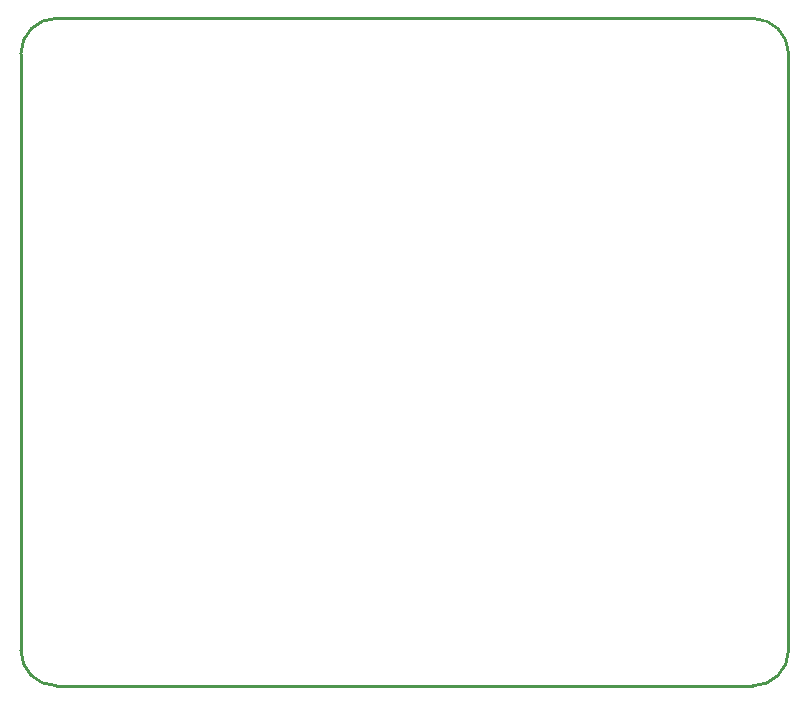
<source format=gko>
G04 Layer: BoardOutline*
G04 EasyEDA v6.3.39, 2020-04-29T00:00:54+01:00*
G04 38e1d9d995c248c0af5722392e401878,0b17d191cf8f41b9921c3230ced7432e,10*
G04 Gerber Generator version 0.2*
G04 Scale: 100 percent, Rotated: No, Reflected: No *
G04 Dimensions in millimeters *
G04 leading zeros omitted , absolute positions ,3 integer and 3 decimal *
%FSLAX33Y33*%
%MOMM*%
G90*
G71D02*

%ADD10C,0.254000*%
G54D10*
G01X0Y53499D02*
G01X0Y2999D01*
G75*
G01X0Y3000D02*
G03X3000Y0I3000J0D01*
G01*
G01X2999Y0D02*
G01X61999Y0D01*
G75*
G01X62000Y0D02*
G03X65000Y3000I0J3000D01*
G01*
G01X64999Y2999D02*
G01X64999Y53499D01*
G75*
G01X65000Y53500D02*
G03X62000Y56500I-3000J0D01*
G01*
G01X61999Y56499D02*
G01X2999Y56499D01*
G75*
G01X3000Y56500D02*
G03X0Y53500I0J-3000D01*
G01*

%LPD*%
M00*
M02*

</source>
